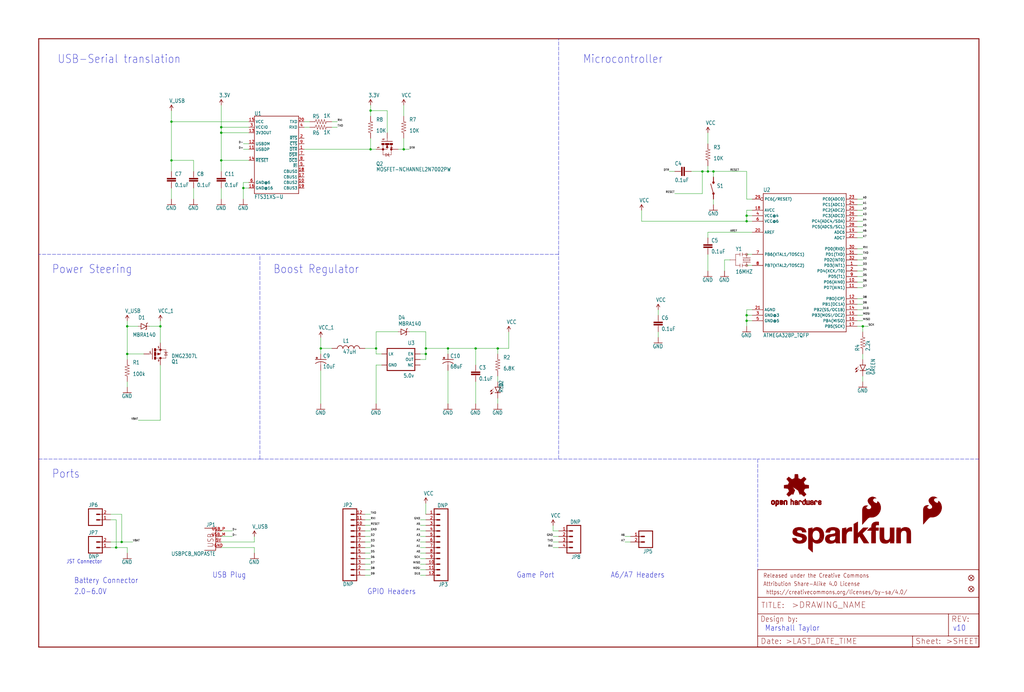
<source format=kicad_sch>
(kicad_sch (version 20211123) (generator eeschema)
  (paper "User" 470.306 317.906)
  (lib_symbols
    (symbol "schematicEagle-eagle-import:0.1UF-25V(+80{slash}-20%)(0603)"
      (property "Reference" "C" (at 1.524 2.921 0))
      (property "Value" "0.1UF-25V(+80{slash}-20%)(0603)" (at 1.524 -2.159 0))
      (symbol "0.1UF-25V(+80{slash}-20%)(0603)_1_0"
        (pin passive line (at 0 5.08 270) (length 2.54) (name "1") (number "1"))
        (pin passive line (at 0 -2.54 90) (length 2.54) (name "2") (number "2"))
      )
    )
    (symbol "schematicEagle-eagle-import:100KOHM-1{slash}10W-1%(0603)"
      (property "Reference" "R" (at -3.81 1.4986 0))
      (property "Value" "100KOHM-1{slash}10W-1%(0603)" (at -3.81 -3.302 0))
      (symbol "100KOHM-1{slash}10W-1%(0603)_1_0"
        (pin passive line (at -5.08 0 0) (length 2.54) (name "1") (number "1"))
        (pin passive line (at 5.08 0 180) (length 2.54) (name "2") (number "2"))
      )
    )
    (symbol "schematicEagle-eagle-import:10KOHM-1{slash}10W-1%(0603)0603"
      (property "Reference" "R" (at -3.81 1.4986 0))
      (property "Value" "10KOHM-1{slash}10W-1%(0603)0603" (at -3.81 -3.302 0))
      (symbol "10KOHM-1{slash}10W-1%(0603)0603_1_0"
        (pin passive line (at -5.08 0 0) (length 2.54) (name "1") (number "1"))
        (pin passive line (at 5.08 0 180) (length 2.54) (name "2") (number "2"))
      )
    )
    (symbol "schematicEagle-eagle-import:10UF-16V-10%(TANT)"
      (property "Reference" "C" (at 1.016 0.635 0))
      (property "Value" "10UF-16V-10%(TANT)" (at 1.016 -4.191 0))
      (symbol "10UF-16V-10%(TANT)_1_0"
        (pin passive line (at 0 2.54 270) (length 2.54) (name "+") (number "A"))
        (pin passive line (at 0 -5.08 90) (length 2.54) (name "-") (number "C"))
      )
    )
    (symbol "schematicEagle-eagle-import:1KOHM-1{slash}10W-1%(0603)"
      (property "Reference" "R" (at -3.81 1.4986 0))
      (property "Value" "1KOHM-1{slash}10W-1%(0603)" (at -3.81 -3.302 0))
      (symbol "1KOHM-1{slash}10W-1%(0603)_1_0"
        (pin passive line (at -5.08 0 0) (length 2.54) (name "1") (number "1"))
        (pin passive line (at 5.08 0 180) (length 2.54) (name "2") (number "2"))
      )
    )
    (symbol "schematicEagle-eagle-import:2.2KOHM-1{slash}10W-1%(0603)"
      (property "Reference" "R" (at -3.81 1.4986 0))
      (property "Value" "2.2KOHM-1{slash}10W-1%(0603)" (at -3.81 -3.302 0))
      (symbol "2.2KOHM-1{slash}10W-1%(0603)_1_0"
        (pin passive line (at -5.08 0 0) (length 2.54) (name "1") (number "1"))
        (pin passive line (at 5.08 0 180) (length 2.54) (name "2") (number "2"))
      )
    )
    (symbol "schematicEagle-eagle-import:3.3V" (power)
      (property "Value" "3.3V" (at -1.016 3.556 0))
      (symbol "3.3V_1_0"
        (pin power_in line (at 0 0 90) (length 2.54) (name "3.3V") (number "1"))
      )
    )
    (symbol "schematicEagle-eagle-import:6.8KOHM1{slash}10W1%(0603)"
      (property "Reference" "R" (at -3.81 1.4986 0))
      (property "Value" "6.8KOHM1{slash}10W1%(0603)" (at -3.81 -3.302 0))
      (symbol "6.8KOHM1{slash}10W1%(0603)_1_0"
        (pin passive line (at -5.08 0 0) (length 2.54) (name "1") (number "1"))
        (pin passive line (at 5.08 0 180) (length 2.54) (name "2") (number "2"))
      )
    )
    (symbol "schematicEagle-eagle-import:68UF-10V-10%(TANT)"
      (property "Reference" "C" (at 1.016 0.635 0))
      (property "Value" "68UF-10V-10%(TANT)" (at 1.016 -4.191 0))
      (symbol "68UF-10V-10%(TANT)_1_0"
        (pin passive line (at 0 2.54 270) (length 2.54) (name "+") (number "A"))
        (pin passive line (at 0 -5.08 90) (length 2.54) (name "-") (number "C"))
      )
    )
    (symbol "schematicEagle-eagle-import:ATMEGA328P_TQFP"
      (property "Reference" "U" (at -20.32 33.782 0))
      (property "Value" "ATMEGA328P_TQFP" (at -20.32 -33.02 0))
      (symbol "ATMEGA328P_TQFP_1_0"
        (pin bidirectional line (at 22.86 0 180) (length 5.08) (name "PD3(INT1)") (number "1"))
        (pin bidirectional line (at 22.86 -7.62 180) (length 5.08) (name "PD6(AIN0)") (number "10"))
        (pin bidirectional line (at 22.86 -10.16 180) (length 5.08) (name "PD7(AIN1)") (number "11"))
        (pin bidirectional line (at 22.86 -15.24 180) (length 5.08) (name "PB0(ICP)") (number "12"))
        (pin bidirectional line (at 22.86 -17.78 180) (length 5.08) (name "PB1(OC1A)") (number "13"))
        (pin bidirectional line (at 22.86 -20.32 180) (length 5.08) (name "PB2(SS/OC1B)") (number "14"))
        (pin bidirectional line (at 22.86 -22.86 180) (length 5.08) (name "PB3(MOSI/OC2)") (number "15"))
        (pin bidirectional line (at 22.86 -25.4 180) (length 5.08) (name "PB4(MISO)") (number "16"))
        (pin bidirectional line (at 22.86 -27.94 180) (length 5.08) (name "PB5(SCK)") (number "17"))
        (pin bidirectional line (at -25.4 25.4 0) (length 5.08) (name "AVCC") (number "18"))
        (pin bidirectional line (at 22.86 15.24 180) (length 5.08) (name "ADC6") (number "19"))
        (pin bidirectional line (at 22.86 -2.54 180) (length 5.08) (name "PD4(XCK/T0)") (number "2"))
        (pin bidirectional line (at -25.4 15.24 0) (length 5.08) (name "AREF") (number "20"))
        (pin bidirectional line (at -25.4 -20.32 0) (length 5.08) (name "AGND") (number "21"))
        (pin bidirectional line (at 22.86 12.7 180) (length 5.08) (name "ADC7") (number "22"))
        (pin bidirectional line (at 22.86 30.48 180) (length 5.08) (name "PC0(ADC0)") (number "23"))
        (pin bidirectional line (at 22.86 27.94 180) (length 5.08) (name "PC1(ADC1)") (number "24"))
        (pin bidirectional line (at 22.86 25.4 180) (length 5.08) (name "PC2(ADC2)") (number "25"))
        (pin bidirectional line (at 22.86 22.86 180) (length 5.08) (name "PC3(ADC3)") (number "26"))
        (pin bidirectional line (at 22.86 20.32 180) (length 5.08) (name "PC4(ADC4/SDA)") (number "27"))
        (pin bidirectional line (at 22.86 17.78 180) (length 5.08) (name "PC5(ADC5/SCL)") (number "28"))
        (pin bidirectional inverted (at -25.4 30.48 0) (length 5.08) (name "PC6(/RESET)") (number "29"))
        (pin bidirectional line (at -25.4 -22.86 0) (length 5.08) (name "GND@3") (number "3"))
        (pin bidirectional line (at 22.86 7.62 180) (length 5.08) (name "PD0(RXD)") (number "30"))
        (pin bidirectional line (at 22.86 5.08 180) (length 5.08) (name "PD1(TXD)") (number "31"))
        (pin bidirectional line (at 22.86 2.54 180) (length 5.08) (name "PD2(INT0)") (number "32"))
        (pin bidirectional line (at -25.4 22.86 0) (length 5.08) (name "VCC@4") (number "4"))
        (pin bidirectional line (at -25.4 -25.4 0) (length 5.08) (name "GND@5") (number "5"))
        (pin bidirectional line (at -25.4 20.32 0) (length 5.08) (name "VCC@6") (number "6"))
        (pin bidirectional line (at -25.4 5.08 0) (length 5.08) (name "PB6(XTAL1/TOSC1)") (number "7"))
        (pin bidirectional line (at -25.4 0 0) (length 5.08) (name "PB7(XTAL2/TOSC2)") (number "8"))
        (pin bidirectional line (at 22.86 -5.08 180) (length 5.08) (name "PD5(T1)") (number "9"))
      )
    )
    (symbol "schematicEagle-eagle-import:DIODE-SCHOTTKY-MBRA140"
      (property "Reference" "D" (at 2.54 0.4826 0))
      (property "Value" "DIODE-SCHOTTKY-MBRA140" (at 2.54 -2.3114 0))
      (symbol "DIODE-SCHOTTKY-MBRA140_1_0"
        (pin passive line (at -2.54 0 0) (length 0) (name "A") (number "A"))
        (pin passive line (at 2.54 0 180) (length 0) (name "C") (number "C"))
      )
    )
    (symbol "schematicEagle-eagle-import:FIDUCIAL1X2")
    (symbol "schematicEagle-eagle-import:FRAME-LEDGER"
      (symbol "FRAME-LEDGER_2_0"
        (text " https://creativecommons.org/licenses/by-sa/4.0/" (at 2.54 24.13 0) (effects (font (size 1.9304 1.6408)) (justify left bottom)))
        (text ">DRAWING_NAME" (at 15.494 17.78 0) (effects (font (size 2.7432 2.7432)) (justify left bottom)))
        (text ">LAST_DATE_TIME" (at 12.7 1.27 0) (effects (font (size 2.54 2.54)) (justify left bottom)))
        (text ">SHEET" (at 86.36 1.27 0) (effects (font (size 2.54 2.54)) (justify left bottom)))
        (text "Attribution Share-Alike 4.0 License" (at 2.54 27.94 0) (effects (font (size 1.9304 1.6408)) (justify left bottom)))
        (text "Date:" (at 1.27 1.27 0) (effects (font (size 2.54 2.54)) (justify left bottom)))
        (text "Design by:" (at 1.27 11.43 0) (effects (font (size 2.54 2.159)) (justify left bottom)))
        (text "Released under the Creative Commons" (at 2.54 31.75 0) (effects (font (size 1.9304 1.6408)) (justify left bottom)))
        (text "REV:" (at 88.9 11.43 0) (effects (font (size 2.54 2.54)) (justify left bottom)))
        (text "Sheet:" (at 72.39 1.27 0) (effects (font (size 2.54 2.54)) (justify left bottom)))
        (text "TITLE:" (at 1.524 17.78 0) (effects (font (size 2.54 2.54)) (justify left bottom)))
      )
    )
    (symbol "schematicEagle-eagle-import:FT231XS"
      (property "Reference" "U" (at -10.16 18.034 0))
      (property "Value" "FT231XS" (at -10.16 -18.288 0))
      (symbol "FT231XS_1_0"
        (pin bidirectional line (at 12.7 2.54 180) (length 2.54) (name "~{DTR}") (number "1"))
        (pin bidirectional line (at 12.7 -12.7 180) (length 2.54) (name "CBUS2") (number "10"))
        (pin bidirectional line (at -12.7 2.54 0) (length 2.54) (name "USBDP") (number "11"))
        (pin bidirectional line (at -12.7 5.08 0) (length 2.54) (name "USBDM") (number "12"))
        (pin bidirectional line (at -12.7 10.16 0) (length 2.54) (name "3V3OUT") (number "13"))
        (pin bidirectional line (at -12.7 -2.54 0) (length 2.54) (name "~{RESET}") (number "14"))
        (pin bidirectional line (at -12.7 15.24 0) (length 2.54) (name "VCC") (number "15"))
        (pin bidirectional line (at -12.7 -15.24 0) (length 2.54) (name "GND@16") (number "16"))
        (pin bidirectional line (at 12.7 -10.16 180) (length 2.54) (name "CBUS1") (number "17"))
        (pin bidirectional line (at 12.7 -7.62 180) (length 2.54) (name "CBUS0") (number "18"))
        (pin bidirectional line (at 12.7 -15.24 180) (length 2.54) (name "CBUS3") (number "19"))
        (pin bidirectional line (at 12.7 7.62 180) (length 2.54) (name "~{RTS}") (number "2"))
        (pin bidirectional line (at 12.7 15.24 180) (length 2.54) (name "TXD") (number "20"))
        (pin bidirectional line (at -12.7 12.7 0) (length 2.54) (name "VCCIO") (number "3"))
        (pin bidirectional line (at 12.7 12.7 180) (length 2.54) (name "RXD") (number "4"))
        (pin bidirectional line (at 12.7 -5.08 180) (length 2.54) (name "~{RI}") (number "5"))
        (pin bidirectional line (at -12.7 -12.7 0) (length 2.54) (name "GND@6") (number "6"))
        (pin bidirectional line (at 12.7 0 180) (length 2.54) (name "~{DSR}") (number "7"))
        (pin bidirectional line (at 12.7 -2.54 180) (length 2.54) (name "~{DCD}") (number "8"))
        (pin bidirectional line (at 12.7 5.08 180) (length 2.54) (name "~{CTS}") (number "9"))
      )
    )
    (symbol "schematicEagle-eagle-import:GND" (power)
      (property "Value" "GND" (at -2.54 -2.54 0))
      (symbol "GND_1_0"
        (pin power_in line (at 0 2.54 270) (length 2.54) (name "GND") (number "1"))
      )
    )
    (symbol "schematicEagle-eagle-import:INDUCTORCR54-47UH"
      (property "Reference" "L" (at 2.54 5.08 0))
      (property "Value" "INDUCTORCR54-47UH" (at 2.54 -5.08 0))
      (symbol "INDUCTORCR54-47UH_1_0"
        (pin passive line (at 0 7.62 270) (length 2.54) (name "1") (number "P$1"))
        (pin passive line (at 0 -7.62 90) (length 2.54) (name "2") (number "P$2"))
      )
    )
    (symbol "schematicEagle-eagle-import:LED-GREEN0603"
      (property "Reference" "D" (at 3.556 -4.572 90))
      (property "Value" "LED-GREEN0603" (at 5.715 -4.572 90))
      (symbol "LED-GREEN0603_1_0"
        (pin passive line (at 0 2.54 270) (length 2.54) (name "A") (number "A"))
        (pin passive line (at 0 -5.08 90) (length 2.54) (name "C") (number "C"))
      )
    )
    (symbol "schematicEagle-eagle-import:LED-RED0603"
      (property "Reference" "D" (at 3.556 -4.572 90))
      (property "Value" "LED-RED0603" (at 5.715 -4.572 90))
      (symbol "LED-RED0603_1_0"
        (pin passive line (at 0 2.54 270) (length 2.54) (name "A") (number "A"))
        (pin passive line (at 0 -5.08 90) (length 2.54) (name "C") (number "C"))
      )
    )
    (symbol "schematicEagle-eagle-import:M021X02_NO_SILK"
      (property "Reference" "JP" (at -2.54 5.842 0))
      (property "Value" "M021X02_NO_SILK" (at -2.54 -5.08 0))
      (symbol "M021X02_NO_SILK_1_0"
        (pin passive line (at 7.62 0 180) (length 5.08) (name "1") (number "1"))
        (pin passive line (at 7.62 2.54 180) (length 5.08) (name "2") (number "2"))
      )
    )
    (symbol "schematicEagle-eagle-import:M02JST-PTH-2"
      (property "Reference" "JP" (at -2.54 5.842 0))
      (property "Value" "M02JST-PTH-2" (at -2.54 -5.08 0))
      (symbol "M02JST-PTH-2_1_0"
        (pin passive line (at 7.62 0 180) (length 5.08) (name "1") (number "1"))
        (pin passive line (at 7.62 2.54 180) (length 5.08) (name "2") (number "2"))
      )
    )
    (symbol "schematicEagle-eagle-import:M04NO_SILK_ALL_ROUND"
      (property "Reference" "JP" (at -5.08 8.382 0))
      (property "Value" "M04NO_SILK_ALL_ROUND" (at -5.08 -7.62 0))
      (symbol "M04NO_SILK_ALL_ROUND_1_0"
        (pin passive line (at 5.08 -2.54 180) (length 5.08) (name "1") (number "1"))
        (pin passive line (at 5.08 0 180) (length 5.08) (name "2") (number "2"))
        (pin passive line (at 5.08 2.54 180) (length 5.08) (name "3") (number "3"))
        (pin passive line (at 5.08 5.08 180) (length 5.08) (name "4") (number "4"))
      )
    )
    (symbol "schematicEagle-eagle-import:M12NO_SILK"
      (property "Reference" "JP" (at 0 16.002 0))
      (property "Value" "M12NO_SILK" (at 0 -20.32 0))
      (symbol "M12NO_SILK_1_0"
        (pin passive line (at 10.16 -15.24 180) (length 5.08) (name "1") (number "1"))
        (pin passive line (at 10.16 7.62 180) (length 5.08) (name "10") (number "10"))
        (pin passive line (at 10.16 10.16 180) (length 5.08) (name "11") (number "11"))
        (pin passive line (at 10.16 12.7 180) (length 5.08) (name "12") (number "12"))
        (pin passive line (at 10.16 -12.7 180) (length 5.08) (name "2") (number "2"))
        (pin passive line (at 10.16 -10.16 180) (length 5.08) (name "3") (number "3"))
        (pin passive line (at 10.16 -7.62 180) (length 5.08) (name "4") (number "4"))
        (pin passive line (at 10.16 -5.08 180) (length 5.08) (name "5") (number "5"))
        (pin passive line (at 10.16 -2.54 180) (length 5.08) (name "6") (number "6"))
        (pin passive line (at 10.16 0 180) (length 5.08) (name "7") (number "7"))
        (pin passive line (at 10.16 2.54 180) (length 5.08) (name "8") (number "8"))
        (pin passive line (at 10.16 5.08 180) (length 5.08) (name "9") (number "9"))
      )
    )
    (symbol "schematicEagle-eagle-import:MOSFET-NCHANNEL2N7002PW"
      (property "Reference" "Q" (at 5.08 2.54 0))
      (property "Value" "MOSFET-NCHANNEL2N7002PW" (at 5.08 0 0))
      (symbol "MOSFET-NCHANNEL2N7002PW_1_0"
        (text "D" (at -1.27 2.54 0) (effects (font (size 0.8128 0.6908)) (justify left bottom)))
        (text "G" (at -5.08 -1.27 0) (effects (font (size 0.8128 0.6908)) (justify left bottom)))
        (text "S" (at -1.27 -3.556 0) (effects (font (size 0.8128 0.6908)) (justify left bottom)))
        (pin passive line (at -7.62 0 0) (length 2.54) (name "G") (number "1"))
        (pin passive line (at 0 -5.08 90) (length 2.54) (name "S") (number "2"))
        (pin passive line (at 0 5.08 270) (length 2.54) (name "D") (number "3"))
      )
    )
    (symbol "schematicEagle-eagle-import:MOSFET-PCHANNELDMG2307L"
      (property "Reference" "Q" (at 5.08 2.54 0))
      (property "Value" "MOSFET-PCHANNELDMG2307L" (at 5.08 0 0))
      (symbol "MOSFET-PCHANNELDMG2307L_1_0"
        (text "D" (at -1.27 2.54 0) (effects (font (size 0.8128 0.6908)) (justify left bottom)))
        (text "G" (at -5.08 -1.27 0) (effects (font (size 0.8128 0.6908)) (justify left bottom)))
        (text "S" (at -1.27 -3.556 0) (effects (font (size 0.8128 0.6908)) (justify left bottom)))
        (pin passive line (at -7.62 0 0) (length 2.54) (name "G") (number "1"))
        (pin passive line (at 0 -5.08 90) (length 2.54) (name "S") (number "2"))
        (pin passive line (at 0 5.08 270) (length 2.54) (name "D") (number "3"))
      )
    )
    (symbol "schematicEagle-eagle-import:OSHW-LOGOS")
    (symbol "schematicEagle-eagle-import:RESONATOR16MHZ"
      (property "Reference" "Y" (at 2.54 1.016 0))
      (property "Value" "RESONATOR16MHZ" (at 2.54 -7.62 0))
      (symbol "RESONATOR16MHZ_1_0"
        (pin passive line (at -2.54 0 0) (length 0) (name "1") (number "1"))
        (pin passive line (at 0 -7.62 90) (length 0) (name "2") (number "2"))
        (pin passive line (at 2.54 0 180) (length 0) (name "3") (number "3"))
      )
    )
    (symbol "schematicEagle-eagle-import:SFE_LOGO_FLAME.1_INCH")
    (symbol "schematicEagle-eagle-import:SFE_LOGO_NAME_FLAME.1_INCH")
    (symbol "schematicEagle-eagle-import:SWITCH-MOMENTARY-2SMD-REDUNDANT"
      (property "Reference" "S" (at -2.54 2.54 0))
      (property "Value" "SWITCH-MOMENTARY-2SMD-REDUNDANT" (at -2.54 -2.54 0))
      (symbol "SWITCH-MOMENTARY-2SMD-REDUNDANT_1_0"
        (pin passive line (at -5.08 0 0) (length 2.54) (name "1") (number "1"))
        (pin passive line (at -5.08 0 0) (length 2.54) (name "1") (number "2"))
        (pin passive line (at 5.08 0 180) (length 2.54) (name "2") (number "3"))
        (pin passive line (at 5.08 0 180) (length 2.54) (name "2") (number "4"))
      )
    )
    (symbol "schematicEagle-eagle-import:USBPCB_NOPASTE"
      (property "Reference" "JP" (at 0 9.525 0))
      (property "Value" "USBPCB_NOPASTE" (at 0 -3.81 0))
      (symbol "USBPCB_NOPASTE_1_0"
        (text "USB" (at 3.81 0 900) (effects (font (size 2.54 2.159)) (justify left bottom)))
        (pin bidirectional line (at -2.54 2.54 0) (length 2.54) (name "VBUS") (number "5V"))
        (pin bidirectional line (at -2.54 0 0) (length 2.54) (name "GND") (number "GND"))
        (pin bidirectional line (at -2.54 5.08 0) (length 2.54) (name "D-") (number "USB_M"))
        (pin bidirectional line (at -2.54 7.62 0) (length 2.54) (name "D+") (number "USB_P"))
      )
    )
    (symbol "schematicEagle-eagle-import:VCC" (power)
      (property "Value" "VCC" (at -1.016 3.556 0))
      (symbol "VCC_1_0"
        (pin power_in line (at 0 0 90) (length 2.54) (name "VCC") (number "1"))
      )
    )
    (symbol "schematicEagle-eagle-import:VCC_1" (power)
      (property "Value" "VCC_1" (at -1.016 3.556 0))
      (symbol "VCC_1_1_0"
        (pin power_in line (at 0 0 90) (length 2.54) (name "VCC_1") (number "1"))
      )
    )
    (symbol "schematicEagle-eagle-import:V_REG_NCP1400_5V"
      (property "Reference" "IC" (at -5.08 6.604 0))
      (property "Value" "V_REG_NCP1400_5V" (at -4.826 -8.382 0))
      (symbol "V_REG_NCP1400_5V_1_0"
        (pin input line (at -7.62 2.54 0) (length 2.54) (name "EN") (number "1"))
        (pin passive line (at -7.62 0 0) (length 2.54) (name "OUT") (number "2"))
        (pin input line (at -7.62 -2.54 0) (length 2.54) (name "NC") (number "3"))
        (pin input line (at 10.16 -2.54 180) (length 2.54) (name "GND") (number "4"))
        (pin input line (at 10.16 2.54 180) (length 2.54) (name "LX") (number "5"))
      )
    )
    (symbol "schematicEagle-eagle-import:V_USB" (power)
      (property "Value" "V_USB" (at -1.016 3.556 0))
      (symbol "V_USB_1_0"
        (pin power_in line (at 0 0 90) (length 2.54) (name "V_USB") (number "1"))
      )
    )
  )
  (junction (at 228.6 160.02))
  (junction (at 58.42 149.86))
  (junction (at 172.72 160.02))
  (junction (at 342.9 144.78))
  (junction (at 342.9 99.06))
  (junction (at 55.88 248.92))
  (junction (at 73.66 149.86))
  (junction (at 322.58 78.74))
  (junction (at 195.58 160.02))
  (junction (at 78.74 55.88))
  (junction (at 170.18 68.58))
  (junction (at 185.42 68.58))
  (junction (at 101.6 58.42))
  (junction (at 325.12 78.74))
  (junction (at 195.58 162.56))
  (junction (at 78.74 73.66))
  (junction (at 58.42 162.56))
  (junction (at 101.6 60.96))
  (junction (at 342.9 101.6))
  (junction (at 396.24 149.86))
  (junction (at 342.9 147.32))
  (junction (at 218.44 160.02))
  (junction (at 170.18 50.8))
  (junction (at 327.66 78.74))
  (junction (at 147.32 160.02))
  (junction (at 205.74 160.02))
  (junction (at 111.76 86.36))
  (junction (at 101.6 73.66))
  (junction (at 53.34 251.46))
  (wire (pts (xy 195.58 165.1) (xy 193.04 165.1)))
  (wire (pts (xy 167.64 241.3) (xy 170.18 241.3)))
  (wire (pts (xy 101.6 78.74) (xy 101.6 73.66)))
  (wire (pts (xy 342.9 99.06) (xy 342.9 101.6)))
  (wire (pts (xy 228.6 160.02) (xy 228.6 162.56)))
  (wire (pts (xy 101.6 58.42) (xy 101.6 48.26)))
  (wire (pts (xy 167.64 256.54) (xy 170.18 256.54)))
  (wire (pts (xy 55.88 236.22) (xy 55.88 248.92)))
  (polyline (pts (xy 119.38 116.84) (xy 17.78 116.84)))
  (wire (pts (xy 345.44 96.52) (xy 342.9 96.52)))
  (wire (pts (xy 170.18 50.8) (xy 170.18 48.26)))
  (wire (pts (xy 167.64 236.22) (xy 170.18 236.22)))
  (wire (pts (xy 167.64 251.46) (xy 170.18 251.46)))
  (wire (pts (xy 393.7 106.68) (xy 396.24 106.68)))
  (wire (pts (xy 63.5 193.04) (xy 73.66 193.04)))
  (wire (pts (xy 101.6 248.92) (xy 116.84 248.92)))
  (wire (pts (xy 78.74 78.74) (xy 78.74 73.66)))
  (wire (pts (xy 172.72 162.56) (xy 172.72 160.02)))
  (polyline (pts (xy 347.98 210.82) (xy 347.98 261.62)))
  (wire (pts (xy 345.44 99.06) (xy 342.9 99.06)))
  (wire (pts (xy 345.44 106.68) (xy 325.12 106.68)))
  (wire (pts (xy 50.8 236.22) (xy 55.88 236.22)))
  (wire (pts (xy 147.32 160.02) (xy 147.32 154.94)))
  (wire (pts (xy 78.74 86.36) (xy 78.74 91.44)))
  (wire (pts (xy 167.64 254) (xy 170.18 254)))
  (wire (pts (xy 193.04 264.16) (xy 195.58 264.16)))
  (wire (pts (xy 345.44 147.32) (xy 342.9 147.32)))
  (wire (pts (xy 396.24 152.4) (xy 396.24 149.86)))
  (wire (pts (xy 167.64 248.92) (xy 170.18 248.92)))
  (wire (pts (xy 205.74 160.02) (xy 218.44 160.02)))
  (wire (pts (xy 114.3 60.96) (xy 101.6 60.96)))
  (wire (pts (xy 73.66 149.86) (xy 73.66 157.48)))
  (wire (pts (xy 50.8 251.46) (xy 53.34 251.46)))
  (wire (pts (xy 147.32 160.02) (xy 147.32 162.56)))
  (wire (pts (xy 193.04 238.76) (xy 195.58 238.76)))
  (wire (pts (xy 170.18 53.34) (xy 170.18 50.8)))
  (wire (pts (xy 88.9 73.66) (xy 88.9 78.74)))
  (wire (pts (xy 50.8 238.76) (xy 53.34 238.76)))
  (wire (pts (xy 78.74 73.66) (xy 88.9 73.66)))
  (wire (pts (xy 396.24 172.72) (xy 396.24 175.26)))
  (wire (pts (xy 167.64 259.08) (xy 170.18 259.08)))
  (polyline (pts (xy 449.58 210.82) (xy 347.98 210.82)))
  (polyline (pts (xy 119.38 210.82) (xy 119.38 116.84)))
  (wire (pts (xy 58.42 162.56) (xy 58.42 149.86)))
  (wire (pts (xy 322.58 78.74) (xy 322.58 88.9)))
  (wire (pts (xy 58.42 175.26) (xy 58.42 177.8)))
  (wire (pts (xy 101.6 73.66) (xy 101.6 60.96)))
  (wire (pts (xy 322.58 78.74) (xy 325.12 78.74)))
  (wire (pts (xy 185.42 53.34) (xy 185.42 48.26)))
  (wire (pts (xy 294.64 101.6) (xy 342.9 101.6)))
  (wire (pts (xy 256.54 248.92) (xy 254 248.92)))
  (wire (pts (xy 167.64 261.62) (xy 170.18 261.62)))
  (wire (pts (xy 172.72 160.02) (xy 172.72 152.4)))
  (wire (pts (xy 322.58 88.9) (xy 309.88 88.9)))
  (wire (pts (xy 114.3 68.58) (xy 111.76 68.58)))
  (wire (pts (xy 256.54 246.38) (xy 254 246.38)))
  (wire (pts (xy 345.44 91.44) (xy 342.9 91.44)))
  (wire (pts (xy 325.12 60.96) (xy 325.12 66.04)))
  (wire (pts (xy 55.88 248.92) (xy 60.96 248.92)))
  (wire (pts (xy 218.44 160.02) (xy 228.6 160.02)))
  (wire (pts (xy 342.9 147.32) (xy 342.9 149.86)))
  (wire (pts (xy 142.24 55.88) (xy 139.7 55.88)))
  (wire (pts (xy 114.3 66.04) (xy 111.76 66.04)))
  (wire (pts (xy 167.64 160.02) (xy 172.72 160.02)))
  (wire (pts (xy 393.7 129.54) (xy 396.24 129.54)))
  (wire (pts (xy 195.58 152.4) (xy 195.58 160.02)))
  (wire (pts (xy 393.7 93.98) (xy 396.24 93.98)))
  (wire (pts (xy 101.6 246.38) (xy 106.68 246.38)))
  (wire (pts (xy 396.24 149.86) (xy 398.78 149.86)))
  (wire (pts (xy 393.7 144.78) (xy 396.24 144.78)))
  (wire (pts (xy 205.74 160.02) (xy 205.74 162.56)))
  (polyline (pts (xy 256.54 210.82) (xy 256.54 116.84)))
  (wire (pts (xy 393.7 104.14) (xy 396.24 104.14)))
  (wire (pts (xy 327.66 81.28) (xy 327.66 78.74)))
  (wire (pts (xy 342.9 96.52) (xy 342.9 99.06)))
  (wire (pts (xy 345.44 142.24) (xy 342.9 142.24)))
  (wire (pts (xy 152.4 58.42) (xy 154.94 58.42)))
  (wire (pts (xy 393.7 149.86) (xy 396.24 149.86)))
  (wire (pts (xy 175.26 167.64) (xy 172.72 167.64)))
  (wire (pts (xy 193.04 241.3) (xy 195.58 241.3)))
  (wire (pts (xy 167.64 246.38) (xy 170.18 246.38)))
  (wire (pts (xy 73.66 193.04) (xy 73.66 167.64)))
  (wire (pts (xy 345.44 144.78) (xy 342.9 144.78)))
  (wire (pts (xy 342.9 142.24) (xy 342.9 144.78)))
  (wire (pts (xy 342.9 91.44) (xy 342.9 78.74)))
  (wire (pts (xy 233.68 160.02) (xy 233.68 152.4)))
  (wire (pts (xy 393.7 147.32) (xy 396.24 147.32)))
  (wire (pts (xy 101.6 91.44) (xy 101.6 86.36)))
  (wire (pts (xy 205.74 170.18) (xy 205.74 185.42)))
  (wire (pts (xy 111.76 86.36) (xy 114.3 86.36)))
  (wire (pts (xy 393.7 124.46) (xy 396.24 124.46)))
  (wire (pts (xy 78.74 55.88) (xy 78.74 50.8)))
  (wire (pts (xy 175.26 162.56) (xy 172.72 162.56)))
  (wire (pts (xy 142.24 58.42) (xy 139.7 58.42)))
  (wire (pts (xy 185.42 68.58) (xy 187.96 68.58)))
  (wire (pts (xy 393.7 96.52) (xy 396.24 96.52)))
  (wire (pts (xy 218.44 175.26) (xy 218.44 185.42)))
  (wire (pts (xy 256.54 243.84) (xy 254 243.84)))
  (wire (pts (xy 193.04 261.62) (xy 195.58 261.62)))
  (wire (pts (xy 193.04 243.84) (xy 195.58 243.84)))
  (wire (pts (xy 393.7 116.84) (xy 396.24 116.84)))
  (wire (pts (xy 116.84 251.46) (xy 116.84 254)))
  (wire (pts (xy 228.6 182.88) (xy 228.6 185.42)))
  (wire (pts (xy 195.58 162.56) (xy 195.58 160.02)))
  (wire (pts (xy 193.04 259.08) (xy 195.58 259.08)))
  (wire (pts (xy 256.54 251.46) (xy 254 251.46)))
  (wire (pts (xy 68.58 149.86) (xy 73.66 149.86)))
  (wire (pts (xy 116.84 248.92) (xy 116.84 246.38)))
  (wire (pts (xy 393.7 132.08) (xy 396.24 132.08)))
  (wire (pts (xy 342.9 144.78) (xy 342.9 147.32)))
  (wire (pts (xy 185.42 63.5) (xy 185.42 68.58)))
  (wire (pts (xy 114.3 83.82) (xy 111.76 83.82)))
  (wire (pts (xy 101.6 60.96) (xy 101.6 58.42)))
  (wire (pts (xy 335.28 119.38) (xy 332.74 119.38)))
  (wire (pts (xy 193.04 162.56) (xy 195.58 162.56)))
  (wire (pts (xy 167.64 243.84) (xy 170.18 243.84)))
  (wire (pts (xy 195.58 162.56) (xy 195.58 165.1)))
  (polyline (pts (xy 256.54 210.82) (xy 347.98 210.82)))
  (wire (pts (xy 187.96 152.4) (xy 195.58 152.4)))
  (wire (pts (xy 193.04 254) (xy 195.58 254)))
  (wire (pts (xy 114.3 73.66) (xy 101.6 73.66)))
  (wire (pts (xy 193.04 246.38) (xy 195.58 246.38)))
  (wire (pts (xy 254 243.84) (xy 254 241.3)))
  (wire (pts (xy 302.26 152.4) (xy 302.26 154.94)))
  (wire (pts (xy 58.42 149.86) (xy 63.5 149.86)))
  (wire (pts (xy 152.4 55.88) (xy 154.94 55.88)))
  (wire (pts (xy 195.58 231.14) (xy 195.58 236.22)))
  (wire (pts (xy 345.44 116.84) (xy 342.9 116.84)))
  (wire (pts (xy 50.8 248.92) (xy 55.88 248.92)))
  (wire (pts (xy 58.42 254) (xy 58.42 251.46)))
  (polyline (pts (xy 256.54 116.84) (xy 119.38 116.84)))
  (wire (pts (xy 111.76 86.36) (xy 111.76 91.44)))
  (wire (pts (xy 167.64 264.16) (xy 170.18 264.16)))
  (wire (pts (xy 302.26 142.24) (xy 302.26 144.78)))
  (wire (pts (xy 289.56 246.38) (xy 287.02 246.38)))
  (wire (pts (xy 58.42 165.1) (xy 58.42 162.56)))
  (wire (pts (xy 325.12 78.74) (xy 327.66 78.74)))
  (wire (pts (xy 342.9 78.74) (xy 327.66 78.74)))
  (wire (pts (xy 58.42 149.86) (xy 58.42 147.32)))
  (wire (pts (xy 228.6 160.02) (xy 233.68 160.02)))
  (wire (pts (xy 309.88 78.74) (xy 307.34 78.74)))
  (wire (pts (xy 88.9 86.36) (xy 88.9 91.44)))
  (wire (pts (xy 393.7 99.06) (xy 396.24 99.06)))
  (wire (pts (xy 167.64 238.76) (xy 170.18 238.76)))
  (wire (pts (xy 393.7 142.24) (xy 396.24 142.24)))
  (polyline (pts (xy 119.38 210.82) (xy 256.54 210.82)))
  (wire (pts (xy 396.24 162.56) (xy 396.24 165.1)))
  (wire (pts (xy 53.34 238.76) (xy 53.34 251.46)))
  (wire (pts (xy 218.44 160.02) (xy 218.44 167.64)))
  (wire (pts (xy 139.7 68.58) (xy 170.18 68.58)))
  (wire (pts (xy 101.6 58.42) (xy 114.3 58.42)))
  (wire (pts (xy 172.72 167.64) (xy 172.72 185.42)))
  (wire (pts (xy 170.18 68.58) (xy 172.72 68.58)))
  (wire (pts (xy 53.34 251.46) (xy 58.42 251.46)))
  (wire (pts (xy 325.12 116.84) (xy 325.12 124.46)))
  (wire (pts (xy 393.7 139.7) (xy 396.24 139.7)))
  (wire (pts (xy 294.64 96.52) (xy 294.64 101.6)))
  (wire (pts (xy 393.7 137.16) (xy 396.24 137.16)))
  (wire (pts (xy 345.44 101.6) (xy 342.9 101.6)))
  (wire (pts (xy 393.7 121.92) (xy 396.24 121.92)))
  (wire (pts (xy 327.66 91.44) (xy 327.66 93.98)))
  (wire (pts (xy 195.58 160.02) (xy 205.74 160.02)))
  (wire (pts (xy 393.7 91.44) (xy 396.24 91.44)))
  (wire (pts (xy 193.04 248.92) (xy 195.58 248.92)))
  (wire (pts (xy 114.3 55.88) (xy 78.74 55.88)))
  (wire (pts (xy 228.6 172.72) (xy 228.6 175.26)))
  (wire (pts (xy 170.18 50.8) (xy 177.8 50.8)))
  (wire (pts (xy 101.6 243.84) (xy 106.68 243.84)))
  (wire (pts (xy 289.56 248.92) (xy 287.02 248.92)))
  (wire (pts (xy 182.88 68.58) (xy 185.42 68.58)))
  (polyline (pts (xy 17.78 210.82) (xy 119.38 210.82)))
  (wire (pts (xy 393.7 114.3) (xy 396.24 114.3)))
  (wire (pts (xy 152.4 160.02) (xy 147.32 160.02)))
  (wire (pts (xy 193.04 251.46) (xy 195.58 251.46)))
  (wire (pts (xy 393.7 119.38) (xy 396.24 119.38)))
  (wire (pts (xy 393.7 127) (xy 396.24 127)))
  (wire (pts (xy 78.74 73.66) (xy 78.74 55.88)))
  (wire (pts (xy 177.8 50.8) (xy 177.8 60.96)))
  (wire (pts (xy 170.18 68.58) (xy 170.18 63.5)))
  (wire (pts (xy 345.44 121.92) (xy 342.9 121.92)))
  (wire (pts (xy 325.12 106.68) (xy 325.12 109.22)))
  (wire (pts (xy 73.66 149.86) (xy 73.66 147.32)))
  (wire (pts (xy 147.32 170.18) (xy 147.32 185.42)))
  (wire (pts (xy 393.7 101.6) (xy 396.24 101.6)))
  (polyline (pts (xy 256.54 116.84) (xy 256.54 17.78)))
  (wire (pts (xy 193.04 256.54) (xy 195.58 256.54)))
  (wire (pts (xy 332.74 119.38) (xy 332.74 124.46)))
  (wire (pts (xy 393.7 109.22) (xy 396.24 109.22)))
  (wire (pts (xy 325.12 76.2) (xy 325.12 78.74)))
  (wire (pts (xy 111.76 83.82) (xy 111.76 86.36)))
  (wire (pts (xy 66.04 162.56) (xy 58.42 162.56)))
  (wire (pts (xy 172.72 152.4) (xy 182.88 152.4)))
  (wire (pts (xy 101.6 251.46) (xy 116.84 251.46)))
  (wire (pts (xy 317.5 78.74) (xy 322.58 78.74)))
  (text "v10" (at 437.642 290.068 180) (effects (font (size 2.54 2.159)) (justify left bottom)))
  (text "Marshall Taylor" (at 351.282 290.068 180) (effects (font (size 2.54 2.159)) (justify left bottom)))
  (text "Microcontroller" (at 267.716 29.464 180) (effects (font (size 3.81 3.2385)) (justify left bottom)))
  (text "2.0-6.0V" (at 34.036 273.304 180) (effects (font (size 2.54 2.159)) (justify left bottom)))
  (text "Game Port" (at 237.236 265.684 180) (effects (font (size 2.54 2.159)) (justify left bottom)))
  (text "Power Steering" (at 23.876 125.984 180) (effects (font (size 3.81 3.2385)) (justify left bottom)))
  (text "JST Connector" (at 30.48 259.08 180) (effects (font (size 1.778 1.5113)) (justify left bottom)))
  (text "USB-Serial translation" (at 26.416 29.464 180) (effects (font (size 3.81 3.2385)) (justify left bottom)))
  (text "Ports" (at 23.876 219.964 180) (effects (font (size 3.81 3.2385)) (justify left bottom)))
  (text "A6/A7 Headers" (at 280.416 265.684 180) (effects (font (size 2.54 2.159)) (justify left bottom)))
  (text "GPIO Headers" (at 168.656 273.304 180) (effects (font (size 2.54 2.159)) (justify left bottom)))
  (text "USB Plug" (at 97.536 265.684 180) (effects (font (size 2.54 2.159)) (justify left bottom)))
  (text "Boost Regulator" (at 125.476 125.984 180) (effects (font (size 3.81 3.2385)) (justify left bottom)))
  (text "Battery Connector" (at 34.036 268.224 180) (effects (font (size 2.54 2.159)) (justify left bottom)))
  (label "D10" (at 396.24 142.24 0) (effects (font (size 0.889 0.889))))
  (label "SCK" (at 398.78 149.86 0) (effects (font (size 0.889 0.889))))
  (label "D+" (at 111.76 68.58 180) (effects (font (size 0.889 0.889))))
  (label "MISO" (at 396.24 147.32 0) (effects (font (size 0.889 0.889))))
  (label "D5" (at 170.18 254 0) (effects (font (size 0.889 0.889))))
  (label "A7" (at 287.02 248.92 180) (effects (font (size 0.889 0.889))))
  (label "TXO" (at 254 248.92 180) (effects (font (size 0.889 0.889))))
  (label "A3" (at 396.24 99.06 0) (effects (font (size 0.889 0.889))))
  (label "D4" (at 396.24 124.46 0) (effects (font (size 0.889 0.889))))
  (label "D+" (at 106.68 243.84 0) (effects (font (size 0.889 0.889))))
  (label "DTR" (at 307.34 78.74 180) (effects (font (size 0.889 0.889))))
  (label "D6" (at 170.18 256.54 0) (effects (font (size 0.889 0.889))))
  (label "A4" (at 193.04 243.84 180) (effects (font (size 0.889 0.889))))
  (label "A3" (at 193.04 246.38 180) (effects (font (size 0.889 0.889))))
  (label "A7" (at 396.24 109.22 0) (effects (font (size 0.889 0.889))))
  (label "A1" (at 193.04 251.46 180) (effects (font (size 0.889 0.889))))
  (label "GND" (at 170.18 243.84 0) (effects (font (size 0.889 0.889))))
  (label "A5" (at 193.04 241.3 180) (effects (font (size 0.889 0.889))))
  (label "D9" (at 396.24 139.7 0) (effects (font (size 0.889 0.889))))
  (label "SCK" (at 193.04 256.54 180) (effects (font (size 0.889 0.889))))
  (label "GND" (at 193.04 238.76 180) (effects (font (size 0.889 0.889))))
  (label "A6" (at 396.24 106.68 0) (effects (font (size 0.889 0.889))))
  (label "A4" (at 396.24 101.6 0) (effects (font (size 0.889 0.889))))
  (label "D9" (at 170.18 264.16 0) (effects (font (size 0.889 0.889))))
  (label "D3" (at 170.18 248.92 0) (effects (font (size 0.889 0.889))))
  (label "VBAT" (at 60.96 248.92 0) (effects (font (size 0.889 0.889))))
  (label "VBAT" (at 63.5 193.04 180) (effects (font (size 0.889 0.889))))
  (label "RXI" (at 170.18 238.76 0) (effects (font (size 0.889 0.889))))
  (label "TXO" (at 170.18 236.22 0) (effects (font (size 0.889 0.889))))
  (label "A0" (at 193.04 254 180) (effects (font (size 0.889 0.889))))
  (label "RXI" (at 154.94 55.88 0) (effects (font (size 0.889 0.889))))
  (label "D2" (at 170.18 246.38 0) (effects (font (size 0.889 0.889))))
  (label "A6" (at 287.02 246.38 180) (effects (font (size 0.889 0.889))))
  (label "RESET" (at 309.88 88.9 180) (effects (font (size 0.889 0.889))))
  (label "GND" (at 254 246.38 180) (effects (font (size 0.889 0.889))))
  (label "D8" (at 396.24 137.16 0) (effects (font (size 0.889 0.889))))
  (label "D7" (at 396.24 132.08 0) (effects (font (size 0.889 0.889))))
  (label "D8" (at 170.18 261.62 0) (effects (font (size 0.889 0.889))))
  (label "TXO" (at 396.24 116.84 0) (effects (font (size 0.889 0.889))))
  (label "TXO" (at 154.94 58.42 0) (effects (font (size 0.889 0.889))))
  (label "MOSI" (at 193.04 261.62 180) (effects (font (size 0.889 0.889))))
  (label "D2" (at 396.24 119.38 0) (effects (font (size 0.889 0.889))))
  (label "A5" (at 396.24 104.14 0) (effects (font (size 0.889 0.889))))
  (label "DTR" (at 187.96 68.58 0) (effects (font (size 0.889 0.889))))
  (label "A1" (at 396.24 93.98 0) (effects (font (size 0.889 0.889))))
  (label "A0" (at 396.24 91.44 0) (effects (font (size 0.889 0.889))))
  (label "D6" (at 396.24 129.54 0) (effects (font (size 0.889 0.889))))
  (label "MISO" (at 193.04 259.08 180) (effects (font (size 0.889 0.889))))
  (label "D7" (at 170.18 259.08 0) (effects (font (size 0.889 0.889))))
  (label "A2" (at 396.24 96.52 0) (effects (font (size 0.889 0.889))))
  (label "AREF" (at 335.28 106.68 0) (effects (font (size 0.889 0.889))))
  (label "D5" (at 396.24 127 0) (effects (font (size 0.889 0.889))))
  (label "RESET" (at 335.28 78.74 0) (effects (font (size 0.889 0.889))))
  (label "D-" (at 111.76 66.04 180) (effects (font (size 0.889 0.889))))
  (label "MOSI" (at 396.24 144.78 0) (effects (font (size 0.889 0.889))))
  (label "RXI" (at 396.24 114.3 0) (effects (font (size 0.889 0.889))))
  (label "RESET" (at 170.18 241.3 0) (effects (font (size 0.889 0.889))))
  (label "RXI" (at 254 251.46 180) (effects (font (size 0.889 0.889))))
  (label "D-" (at 106.68 246.38 0) (effects (font (size 0.889 0.889))))
  (label "D10" (at 193.04 264.16 180) (effects (font (size 0.889 0.889))))
  (label "D4" (at 170.18 251.46 0) (effects (font (size 0.889 0.889))))
  (label "D3" (at 396.24 121.92 0) (effects (font (size 0.889 0.889))))
  (label "A2" (at 193.04 248.92 180) (effects (font (size 0.889 0.889))))
  (symbol (lib_id "schematicEagle-eagle-import:RESONATOR16MHZ") (at 342.9 119.38 270) (unit 1)
    (property "Reference" "Y1" (at 337.82 115.316 90) (effects (font (size 1.778 1.5113)) (justify left bottom)))
    (property "Value" "16MHZ" (at 337.82 125.73 90) (effects (font (size 1.778 1.5113)) (justify left bottom)))
    (property "Footprint" "schematicEagle:RESONATOR-SMD" (effects hide))
  )
  (symbol (lib_id "schematicEagle-eagle-import:VCC") (at 254 241.3 0) (unit 1)
    (property "Reference" "#SUPPLY1" (effects hide))
    (property "Value" "VCC" (at 252.984 237.744 0) (effects (font (size 1.778 1.5113)) (justify left bottom)))
    (property "Footprint" "schematicEagle:" (effects hide))
  )
  (symbol (lib_id "schematicEagle-eagle-import:GND") (at 101.6 93.98 0) (unit 1)
    (property "Reference" "#GND18" (effects hide))
    (property "Value" "GND" (at 99.06 96.52 0) (effects (font (size 1.778 1.5113)) (justify left bottom)))
    (property "Footprint" "schematicEagle:" (effects hide))
  )
  (symbol (lib_id "schematicEagle-eagle-import:FRAME-LEDGER") (at 347.98 297.18 0) (unit 2)
    (property "Reference" "FRAME2" (effects hide))
    (property "Value" "FRAME-LEDGER" (effects hide))
    (property "Footprint" "schematicEagle:CREATIVE_COMMONS" (effects hide))
  )
  (symbol (lib_id "schematicEagle-eagle-import:DIODE-SCHOTTKY-MBRA140") (at 185.42 152.4 0) (unit 1)
    (property "Reference" "D4" (at 182.88 146.8374 0) (effects (font (size 1.778 1.5113)) (justify left bottom)))
    (property "Value" "MBRA140" (at 182.88 149.6314 0) (effects (font (size 1.778 1.5113)) (justify left bottom)))
    (property "Footprint" "schematicEagle:SMA-DIODE" (effects hide))
  )
  (symbol (lib_id "schematicEagle-eagle-import:GND") (at 172.72 187.96 0) (unit 1)
    (property "Reference" "#GND4" (effects hide))
    (property "Value" "GND" (at 170.18 190.5 0) (effects (font (size 1.778 1.5113)) (justify left bottom)))
    (property "Footprint" "schematicEagle:" (effects hide))
  )
  (symbol (lib_id "schematicEagle-eagle-import:6.8KOHM1{slash}10W1%(0603)") (at 228.6 167.64 90) (unit 1)
    (property "Reference" "R2" (at 231.14 165.1254 90) (effects (font (size 1.778 1.5113)) (justify right top)))
    (property "Value" "6.8K" (at 231.14 170.18 90) (effects (font (size 1.778 1.5113)) (justify right top)))
    (property "Footprint" "schematicEagle:0603-RES" (effects hide))
  )
  (symbol (lib_id "schematicEagle-eagle-import:GND") (at 147.32 187.96 0) (unit 1)
    (property "Reference" "#GND5" (effects hide))
    (property "Value" "GND" (at 144.78 190.5 0) (effects (font (size 1.778 1.5113)) (justify left bottom)))
    (property "Footprint" "schematicEagle:" (effects hide))
  )
  (symbol (lib_id "schematicEagle-eagle-import:GND") (at 342.9 152.4 0) (unit 1)
    (property "Reference" "#GND10" (effects hide))
    (property "Value" "GND" (at 340.36 154.94 0) (effects (font (size 1.778 1.5113)) (justify left bottom)))
    (property "Footprint" "schematicEagle:" (effects hide))
  )
  (symbol (lib_id "schematicEagle-eagle-import:FT231XS") (at 127 71.12 0) (unit 1)
    (property "Reference" "U1" (at 116.84 53.086 0) (effects (font (size 1.778 1.5113)) (justify left bottom)))
    (property "Value" "FTS31XS-U" (at 116.84 89.408 0) (effects (font (size 1.778 1.5113)) (justify left top)))
    (property "Footprint" "schematicEagle:SSOP20_L" (effects hide))
  )
  (symbol (lib_id "schematicEagle-eagle-import:GND") (at 228.6 187.96 0) (unit 1)
    (property "Reference" "#GND6" (effects hide))
    (property "Value" "GND" (at 226.06 190.5 0) (effects (font (size 1.778 1.5113)) (justify left bottom)))
    (property "Footprint" "schematicEagle:" (effects hide))
  )
  (symbol (lib_id "schematicEagle-eagle-import:1KOHM-1{slash}10W-1%(0603)") (at 147.32 55.88 0) (unit 1)
    (property "Reference" "R5" (at 143.51 54.3814 0) (effects (font (size 1.778 1.5113)) (justify left bottom)))
    (property "Value" "1K" (at 148.59 54.102 0) (effects (font (size 1.778 1.5113)) (justify left bottom)))
    (property "Footprint" "schematicEagle:0603-RES" (effects hide))
  )
  (symbol (lib_id "schematicEagle-eagle-import:100KOHM-1{slash}10W-1%(0603)") (at 58.42 170.18 90) (unit 1)
    (property "Reference" "R1" (at 60.96 167.4114 90) (effects (font (size 1.778 1.5113)) (justify right top)))
    (property "Value" "100k" (at 60.96 172.72 90) (effects (font (size 1.778 1.5113)) (justify right top)))
    (property "Footprint" "schematicEagle:0603-RES" (effects hide))
  )
  (symbol (lib_id "schematicEagle-eagle-import:FIDUCIAL1X2") (at 446.024 270.51 0) (unit 1)
    (property "Reference" "FID2" (effects hide))
    (property "Value" "FIDUCIAL1X2" (effects hide))
    (property "Footprint" "schematicEagle:FIDUCIAL-1X2" (effects hide))
  )
  (symbol (lib_id "schematicEagle-eagle-import:GND") (at 396.24 177.8 0) (unit 1)
    (property "Reference" "#GND12" (effects hide))
    (property "Value" "GND" (at 393.7 180.34 0) (effects (font (size 1.778 1.5113)) (justify left bottom)))
    (property "Footprint" "schematicEagle:" (effects hide))
  )
  (symbol (lib_id "schematicEagle-eagle-import:GND") (at 325.12 127 0) (unit 1)
    (property "Reference" "#GND9" (effects hide))
    (property "Value" "GND" (at 322.58 129.54 0) (effects (font (size 1.778 1.5113)) (justify left bottom)))
    (property "Footprint" "schematicEagle:" (effects hide))
  )
  (symbol (lib_id "schematicEagle-eagle-import:LED-RED0603") (at 228.6 177.8 0) (unit 1)
    (property "Reference" "D2" (at 231.14 177.8 90) (effects (font (size 1.778 1.5113)) (justify left bottom)))
    (property "Value" "RED" (at 231.14 180.34 90) (effects (font (size 1.778 1.5113)) (justify left bottom)))
    (property "Footprint" "schematicEagle:LED-0603" (effects hide))
  )
  (symbol (lib_id "schematicEagle-eagle-import:GND") (at 78.74 93.98 0) (unit 1)
    (property "Reference" "#GND13" (effects hide))
    (property "Value" "GND" (at 76.2 96.52 0) (effects (font (size 1.778 1.5113)) (justify left bottom)))
    (property "Footprint" "schematicEagle:" (effects hide))
  )
  (symbol (lib_id "schematicEagle-eagle-import:GND") (at 111.76 93.98 0) (unit 1)
    (property "Reference" "#GND19" (effects hide))
    (property "Value" "GND" (at 109.22 96.52 0) (effects (font (size 1.778 1.5113)) (justify left bottom)))
    (property "Footprint" "schematicEagle:" (effects hide))
  )
  (symbol (lib_id "schematicEagle-eagle-import:VCC_1") (at 147.32 154.94 0) (unit 1)
    (property "Reference" "#SUPPLY3" (effects hide))
    (property "Value" "VCC_1" (at 146.304 151.384 0) (effects (font (size 1.778 1.5113)) (justify left bottom)))
    (property "Footprint" "schematicEagle:" (effects hide))
  )
  (symbol (lib_id "schematicEagle-eagle-import:10KOHM-1{slash}10W-1%(0603)0603") (at 325.12 71.12 90) (unit 1)
    (property "Reference" "R3" (at 327.66 68.6054 90) (effects (font (size 1.778 1.5113)) (justify right top)))
    (property "Value" "10K" (at 327.66 73.66 90) (effects (font (size 1.778 1.5113)) (justify right top)))
    (property "Footprint" "schematicEagle:0603-RES" (effects hide))
  )
  (symbol (lib_id "schematicEagle-eagle-import:68UF-10V-10%(TANT)") (at 205.74 165.1 0) (unit 1)
    (property "Reference" "C10" (at 206.756 164.465 0) (effects (font (size 1.778 1.5113)) (justify left bottom)))
    (property "Value" "68uF" (at 206.756 169.291 0) (effects (font (size 1.778 1.5113)) (justify left bottom)))
    (property "Footprint" "schematicEagle:EIA3528" (effects hide))
  )
  (symbol (lib_id "schematicEagle-eagle-import:0.1UF-25V(+80{slash}-20%)(0603)") (at 314.96 78.74 90) (unit 1)
    (property "Reference" "C4" (at 309.88 76.073 90) (effects (font (size 1.778 1.5113)) (justify right top)))
    (property "Value" "0.1uF" (at 309.88 83.693 90) (effects (font (size 1.778 1.5113)) (justify right top)))
    (property "Footprint" "schematicEagle:0603-CAP" (effects hide))
  )
  (symbol (lib_id "schematicEagle-eagle-import:0.1UF-25V(+80{slash}-20%)(0603)") (at 302.26 149.86 0) (unit 1)
    (property "Reference" "C6" (at 303.784 146.939 0) (effects (font (size 1.778 1.5113)) (justify left bottom)))
    (property "Value" "0.1uF" (at 303.784 152.019 0) (effects (font (size 1.778 1.5113)) (justify left bottom)))
    (property "Footprint" "schematicEagle:0603-CAP" (effects hide))
  )
  (symbol (lib_id "schematicEagle-eagle-import:GND") (at 218.44 187.96 0) (unit 1)
    (property "Reference" "#GND2" (effects hide))
    (property "Value" "GND" (at 215.9 190.5 0) (effects (font (size 1.778 1.5113)) (justify left bottom)))
    (property "Footprint" "schematicEagle:" (effects hide))
  )
  (symbol (lib_id "schematicEagle-eagle-import:SWITCH-MOMENTARY-2SMD-REDUNDANT") (at 327.66 86.36 90) (unit 1)
    (property "Reference" "S1" (at 329.184 86.36 90) (effects (font (size 1.778 1.5113)) (justify right top)))
    (property "Value" "SWITCH-MOMENTARY-2SMD-REDUNDANT" (effects hide))
    (property "Footprint" "schematicEagle:TACTILE-SWITCH-SMD" (effects hide))
    (property "Value" "SWITCH-MOMENTARY-2SMD-REDUNDANT" (effects hide))
  )
  (symbol (lib_id "schematicEagle-eagle-import:0.1UF-25V(+80{slash}-20%)(0603)") (at 88.9 83.82 0) (unit 1)
    (property "Reference" "C8" (at 90.424 80.899 0) (effects (font (size 1.778 1.5113)) (justify left bottom)))
    (property "Value" "0.1uF" (at 90.424 85.979 0) (effects (font (size 1.778 1.5113)) (justify left bottom)))
    (property "Footprint" "schematicEagle:0603-CAP" (effects hide))
  )
  (symbol (lib_id "schematicEagle-eagle-import:OSHW-LOGOS") (at 365.76 223.52 0) (unit 1)
    (property "Reference" "LOGO2" (effects hide))
    (property "Value" "OSHW-LOGOS" (effects hide))
    (property "Footprint" "schematicEagle:OSHW-LOGO-S" (effects hide))
  )
  (symbol (lib_id "schematicEagle-eagle-import:VCC_1") (at 73.66 147.32 0) (unit 1)
    (property "Reference" "#SUPPLY4" (effects hide))
    (property "Value" "VCC_1" (at 72.644 143.764 0) (effects (font (size 1.778 1.5113)) (justify left bottom)))
    (property "Footprint" "schematicEagle:" (effects hide))
  )
  (symbol (lib_id "schematicEagle-eagle-import:M04NO_SILK_ALL_ROUND") (at 261.62 246.38 180) (unit 1)
    (property "Reference" "JP8" (at 266.7 254.762 0) (effects (font (size 1.778 1.5113)) (justify left bottom)))
    (property "Value" "DNP" (at 266.7 238.76 0) (effects (font (size 1.778 1.5113)) (justify left bottom)))
    (property "Footprint" "schematicEagle:1X04_NO_SILK_ALL_ROUND" (effects hide))
  )
  (symbol (lib_id "schematicEagle-eagle-import:V_USB") (at 78.74 50.8 0) (unit 1)
    (property "Reference" "#U$4" (effects hide))
    (property "Value" "V_USB" (at 77.724 47.244 0) (effects (font (size 1.778 1.5113)) (justify left bottom)))
    (property "Footprint" "schematicEagle:" (effects hide))
  )
  (symbol (lib_id "schematicEagle-eagle-import:2.2KOHM-1{slash}10W-1%(0603)") (at 396.24 157.48 90) (unit 1)
    (property "Reference" "R4" (at 394.7414 161.29 0) (effects (font (size 1.778 1.5113)) (justify left bottom)))
    (property "Value" "2.2k" (at 399.542 161.29 0) (effects (font (size 1.778 1.5113)) (justify left bottom)))
    (property "Footprint" "schematicEagle:0603-RES" (effects hide))
  )
  (symbol (lib_id "schematicEagle-eagle-import:LED-GREEN0603") (at 396.24 167.64 0) (unit 1)
    (property "Reference" "D3" (at 399.796 172.212 90) (effects (font (size 1.778 1.5113)) (justify left bottom)))
    (property "Value" "GREEN" (at 401.955 172.212 90) (effects (font (size 1.778 1.5113)) (justify left bottom)))
    (property "Footprint" "schematicEagle:LED-0603" (effects hide))
  )
  (symbol (lib_id "schematicEagle-eagle-import:M12NO_SILK") (at 205.74 251.46 180) (unit 1)
    (property "Reference" "JP3" (at 205.74 267.462 0) (effects (font (size 1.778 1.5113)) (justify left bottom)))
    (property "Value" "DNP" (at 205.74 231.14 0) (effects (font (size 1.778 1.5113)) (justify left bottom)))
    (property "Footprint" "schematicEagle:1X12_NO_SILK" (effects hide))
  )
  (symbol (lib_id "schematicEagle-eagle-import:3.3V") (at 101.6 48.26 0) (unit 1)
    (property "Reference" "#SUPPLY10" (effects hide))
    (property "Value" "3.3V" (at 100.584 44.704 0) (effects (font (size 1.778 1.5113)) (justify left bottom)))
    (property "Footprint" "schematicEagle:" (effects hide))
  )
  (symbol (lib_id "schematicEagle-eagle-import:SFE_LOGO_NAME_FLAME.1_INCH") (at 363.22 254 0) (unit 1)
    (property "Reference" "U$1" (effects hide))
    (property "Value" "SFE_LOGO_NAME_FLAME.1_INCH" (effects hide))
    (property "Footprint" "schematicEagle:SFE_LOGO_NAME_FLAME_.1" (effects hide))
  )
  (symbol (lib_id "schematicEagle-eagle-import:M021X02_NO_SILK") (at 43.18 238.76 0) (unit 1)
    (property "Reference" "JP6" (at 40.64 232.918 0) (effects (font (size 1.778 1.5113)) (justify left bottom)))
    (property "Value" "M021X02_NO_SILK" (effects hide))
    (property "Footprint" "schematicEagle:1X02_NO_SILK" (effects hide))
  )
  (symbol (lib_id "schematicEagle-eagle-import:V_USB") (at 58.42 147.32 0) (unit 1)
    (property "Reference" "#U$5" (effects hide))
    (property "Value" "V_USB" (at 57.404 143.764 0) (effects (font (size 1.778 1.5113)) (justify left bottom)))
    (property "Footprint" "schematicEagle:" (effects hide))
  )
  (symbol (lib_id "schematicEagle-eagle-import:M12NO_SILK") (at 157.48 248.92 0) (unit 1)
    (property "Reference" "JP2" (at 157.48 232.918 0) (effects (font (size 1.778 1.5113)) (justify left bottom)))
    (property "Value" "DNP" (at 157.48 269.24 0) (effects (font (size 1.778 1.5113)) (justify left bottom)))
    (property "Footprint" "schematicEagle:1X12_NO_SILK" (effects hide))
  )
  (symbol (lib_id "schematicEagle-eagle-import:GND") (at 88.9 93.98 0) (unit 1)
    (property "Reference" "#GND14" (effects hide))
    (property "Value" "GND" (at 86.36 96.52 0) (effects (font (size 1.778 1.5113)) (justify left bottom)))
    (property "Footprint" "schematicEagle:" (effects hide))
  )
  (symbol (lib_id "schematicEagle-eagle-import:1KOHM-1{slash}10W-1%(0603)") (at 147.32 58.42 0) (unit 1)
    (property "Reference" "R6" (at 143.51 62.0014 0) (effects (font (size 1.778 1.5113)) (justify left bottom)))
    (property "Value" "1K" (at 148.59 61.722 0) (effects (font (size 1.778 1.5113)) (justify left bottom)))
    (property "Footprint" "schematicEagle:0603-RES" (effects hide))
  )
  (symbol (lib_id "schematicEagle-eagle-import:V_REG_NCP1400_5V") (at 185.42 165.1 0) (mirror y) (unit 1)
    (property "Reference" "U3" (at 190.5 158.496 0) (effects (font (size 1.778 1.5113)) (justify left bottom)))
    (property "Value" "5.0v" (at 190.246 173.482 0) (effects (font (size 1.778 1.5113)) (justify left bottom)))
    (property "Footprint" "schematicEagle:SOT23-5" (effects hide))
  )
  (symbol (lib_id "schematicEagle-eagle-import:DIODE-SCHOTTKY-MBRA140") (at 66.04 149.86 0) (unit 1)
    (property "Reference" "D1" (at 63.5 146.8374 0) (effects (font (size 1.778 1.5113)) (justify left bottom)))
    (property "Value" "MBRA140" (at 60.96 154.7114 0) (effects (font (size 1.778 1.5113)) (justify left bottom)))
    (property "Footprint" "schematicEagle:SMA-DIODE" (effects hide))
  )
  (symbol (lib_id "schematicEagle-eagle-import:10KOHM-1{slash}10W-1%(0603)0603") (at 170.18 58.42 90) (unit 1)
    (property "Reference" "R8" (at 172.72 55.9054 90) (effects (font (size 1.778 1.5113)) (justify right top)))
    (property "Value" "10K" (at 172.72 60.96 90) (effects (font (size 1.778 1.5113)) (justify right top)))
    (property "Footprint" "schematicEagle:0603-RES" (effects hide))
  )
  (symbol (lib_id "schematicEagle-eagle-import:0.1UF-25V(+80{slash}-20%)(0603)") (at 325.12 114.3 0) (unit 1)
    (property "Reference" "C5" (at 326.644 111.379 0) (effects (font (size 1.778 1.5113)) (justify left bottom)))
    (property "Value" "0.1uF" (at 326.644 116.459 0) (effects (font (size 1.778 1.5113)) (justify left bottom)))
    (property "Footprint" "schematicEagle:0603-CAP" (effects hide))
  )
  (symbol (lib_id "schematicEagle-eagle-import:GND") (at 327.66 96.52 0) (unit 1)
    (property "Reference" "#GND8" (effects hide))
    (property "Value" "GND" (at 325.12 99.06 0) (effects (font (size 1.778 1.5113)) (justify left bottom)))
    (property "Footprint" "schematicEagle:" (effects hide))
  )
  (symbol (lib_id "schematicEagle-eagle-import:GND") (at 302.26 157.48 0) (unit 1)
    (property "Reference" "#GND11" (effects hide))
    (property "Value" "GND" (at 299.72 160.02 0) (effects (font (size 1.778 1.5113)) (justify left bottom)))
    (property "Footprint" "schematicEagle:" (effects hide))
  )
  (symbol (lib_id "schematicEagle-eagle-import:VCC") (at 185.42 48.26 0) (unit 1)
    (property "Reference" "#SUPPLY12" (effects hide))
    (property "Value" "VCC" (at 184.404 44.704 0) (effects (font (size 1.778 1.5113)) (justify left bottom)))
    (property "Footprint" "schematicEagle:" (effects hide))
  )
  (symbol (lib_id "schematicEagle-eagle-import:VCC") (at 325.12 60.96 0) (unit 1)
    (property "Reference" "#SUPPLY7" (effects hide))
    (property "Value" "VCC" (at 324.104 57.404 0) (effects (font (size 1.778 1.5113)) (justify left bottom)))
    (property "Footprint" "schematicEagle:" (effects hide))
  )
  (symbol (lib_id "schematicEagle-eagle-import:MOSFET-NCHANNEL2N7002PW") (at 177.8 68.58 270) (unit 1)
    (property "Reference" "Q2" (at 172.72 76.2 90) (effects (font (size 1.778 1.5113)) (justify left bottom)))
    (property "Value" "MOSFET-NCHANNEL2N7002PW" (at 172.72 78.74 90) (effects (font (size 1.778 1.5113)) (justify left bottom)))
    (property "Footprint" "schematicEagle:SOT323" (effects hide))
  )
  (symbol (lib_id "schematicEagle-eagle-import:VCC") (at 233.68 152.4 0) (unit 1)
    (property "Reference" "#SUPPLY9" (effects hide))
    (property "Value" "VCC" (at 232.664 148.844 0) (effects (font (size 1.778 1.5113)) (justify left bottom)))
    (property "Footprint" "schematicEagle:" (effects hide))
  )
  (symbol (lib_id "schematicEagle-eagle-import:VCC") (at 302.26 142.24 0) (unit 1)
    (property "Reference" "#SUPPLY8" (effects hide))
    (property "Value" "VCC" (at 301.244 138.684 0) (effects (font (size 1.778 1.5113)) (justify left bottom)))
    (property "Footprint" "schematicEagle:" (effects hide))
  )
  (symbol (lib_id "schematicEagle-eagle-import:0.1UF-25V(+80{slash}-20%)(0603)") (at 218.44 172.72 0) (unit 1)
    (property "Reference" "C3" (at 219.964 169.799 0) (effects (font (size 1.778 1.5113)) (justify left bottom)))
    (property "Value" "0.1uF" (at 219.964 174.879 0) (effects (font (size 1.778 1.5113)) (justify left bottom)))
    (property "Footprint" "schematicEagle:0603-CAP" (effects hide))
  )
  (symbol (lib_id "schematicEagle-eagle-import:MOSFET-PCHANNELDMG2307L") (at 73.66 162.56 0) (mirror x) (unit 1)
    (property "Reference" "Q1" (at 78.74 165.1 0) (effects (font (size 1.778 1.5113)) (justify left bottom)))
    (property "Value" "DMG2307L" (at 78.74 162.56 0) (effects (font (size 1.778 1.5113)) (justify left bottom)))
    (property "Footprint" "schematicEagle:SOT23-3" (effects hide))
  )
  (symbol (lib_id "schematicEagle-eagle-import:10KOHM-1{slash}10W-1%(0603)0603") (at 185.42 58.42 90) (unit 1)
    (property "Reference" "R7" (at 187.96 55.9054 90) (effects (font (size 1.778 1.5113)) (justify right top)))
    (property "Value" "10K" (at 187.96 60.96 90) (effects (font (size 1.778 1.5113)) (justify right top)))
    (property "Footprint" "schematicEagle:0603-RES" (effects hide))
  )
  (symbol (lib_id "schematicEagle-eagle-import:GND") (at 116.84 256.54 0) (unit 1)
    (property "Reference" "#GND7" (effects hide))
    (property "Value" "GND" (at 114.3 259.08 0) (effects (font (size 1.778 1.5113)) (justify left bottom)))
    (property "Footprint" "schematicEagle:" (effects hide))
  )
  (symbol (lib_id "schematicEagle-eagle-import:USBPCB_NOPASTE") (at 99.06 251.46 0) (mirror y) (unit 1)
    (property "Reference" "JP1" (at 99.06 241.935 0) (effects (font (size 1.778 1.5113)) (justify left bottom)))
    (property "Value" "USBPCB_NOPASTE" (at 99.06 255.27 0) (effects (font (size 1.778 1.5113)) (justify left bottom)))
    (property "Footprint" "schematicEagle:USB-A-PCB-NOPASTE" (effects hide))
  )
  (symbol (lib_id "schematicEagle-eagle-import:VCC") (at 294.64 96.52 0) (unit 1)
    (property "Reference" "#SUPPLY6" (effects hide))
    (property "Value" "VCC" (at 293.624 92.964 0) (effects (font (size 1.778 1.5113)) (justify left bottom)))
    (property "Footprint" "schematicEagle:" (effects hide))
  )
  (symbol (lib_id "schematicEagle-eagle-import:VCC") (at 195.58 231.14 0) (unit 1)
    (property "Reference" "#SUPPLY5" (effects hide))
    (property "Value" "VCC" (at 194.564 227.584 0) (effects (font (size 1.778 1.5113)) (justify left bottom)))
    (property "Footprint" "schematicEagle:" (effects hide))
  )
  (symbol (lib_id "schematicEagle-eagle-import:FIDUCIAL1X2") (at 446.024 265.43 0) (unit 1)
    (property "Reference" "FID1" (effects hide))
    (property "Value" "FIDUCIAL1X2" (effects hide))
    (property "Footprint" "schematicEagle:FIDUCIAL-1X2" (effects hide))
  )
  (symbol (lib_id "schematicEagle-eagle-import:10UF-16V-10%(TANT)") (at 147.32 165.1 0) (unit 1)
    (property "Reference" "C9" (at 148.336 164.465 0) (effects (font (size 1.778 1.5113)) (justify left bottom)))
    (property "Value" "10uF" (at 148.336 169.291 0) (effects (font (size 1.778 1.5113)) (justify left bottom)))
    (property "Footprint" "schematicEagle:EIA3216" (effects hide))
  )
  (symbol (lib_id "schematicEagle-eagle-import:3.3V") (at 170.18 48.26 0) (unit 1)
    (property "Reference" "#SUPPLY11" (effects hide))
    (property "Value" "3.3V" (at 169.164 44.704 0) (effects (font (size 1.778 1.5113)) (justify left bottom)))
    (property "Footprint" "schematicEagle:" (effects hide))
  )
  (symbol (lib_id "schematicEagle-eagle-import:GND") (at 58.42 256.54 0) (unit 1)
    (property "Reference" "#GND16" (effects hide))
    (property "Value" "GND" (at 55.88 259.08 0) (effects (font (size 1.778 1.5113)) (justify left bottom)))
    (property "Footprint" "schematicEagle:" (effects hide))
  )
  (symbol (lib_id "schematicEagle-eagle-import:GND") (at 58.42 180.34 0) (unit 1)
    (property "Reference" "#GND15" (effects hide))
    (property "Value" "GND" (at 55.88 182.88 0) (effects (font (size 1.778 1.5113)) (justify left bottom)))
    (property "Footprint" "schematicEagle:" (effects hide))
  )
  (symbol (lib_id "schematicEagle-eagle-import:M021X02_NO_SILK") (at 297.18 246.38 180) (unit 1)
    (property "Reference" "JP5" (at 299.72 252.222 0) (effects (font (size 1.778 1.5113)) (justify left bottom)))
    (property "Value" "M021X02_NO_SILK" (effects hide))
    (property "Footprint" "schematicEagle:1X02_NO_SILK" (effects hide))
  )
  (symbol (lib_id "schematicEagle-eagle-import:FRAME-LEDGER") (at 17.78 297.18 0) (unit 1)
    (property "Reference" "FRAME2" (effects hide))
    (property "Value" "FRAME-LEDGER" (effects hide))
    (property "Footprint" "schematicEagle:CREATIVE_COMMONS" (effects hide))
  )
  (symbol (lib_id "schematicEagle-eagle-import:V_USB") (at 116.84 246.38 0) (unit 1)
    (property "Reference" "#U$3" (effects hide))
    (property "Value" "V_USB" (at 115.824 242.824 0) (effects (font (size 1.778 1.5113)) (justify left bottom)))
    (property "Footprint" "schematicEagle:" (effects hide))
  )
  (symbol (lib_id "schematicEagle-eagle-import:GND") (at 332.74 127 0) (unit 1)
    (property "Reference" "#GND1" (effects hide))
    (property "Value" "GND" (at 330.2 129.54 0) (effects (font (size 1.778 1.5113)) (justify left bottom)))
    (property "Footprint" "schematicEagle:" (effects hide))
  )
  (symbol (lib_id "schematicEagle-eagle-import:INDUCTORCR54-47UH") (at 160.02 160.02 90) (unit 1)
    (property "Reference" "L1" (at 157.48 157.48 90) (effects (font (size 1.778 1.5113)) (justify right top)))
    (property "Value" "47uH" (at 157.48 162.56 90) (effects (font (size 1.778 1.5113)) (justify right top)))
    (property "Footprint" "schematicEagle:CR54" (effects hide))
  )
  (symbol (lib_id "schematicEagle-eagle-import:GND") (at 205.74 187.96 0) (unit 1)
    (property "Reference" "#GND3" (effects hide))
    (property "Value" "GND" (at 203.2 190.5 0) (effects (font (size 1.778 1.5113)) (justify left bottom)))
    (property "Footprint" "schematicEagle:" (effects hide))
  )
  (symbol (lib_id "schematicEagle-eagle-import:SFE_LOGO_FLAME.1_INCH") (at 423.672 241.3 0) (unit 1)
    (property "Reference" "LOGO1" (effects hide))
    (property "Value" "SFE_LOGO_FLAME.1_INCH" (effects hide))
    (property "Footprint" "schematicEagle:SFE_LOGO_FLAME_.1" (effects hide))
  )
  (symbol (lib_id "schematicEagle-eagle-import:0.1UF-25V(+80{slash}-20%)(0603)") (at 78.74 83.82 0) (unit 1)
    (property "Reference" "C7" (at 80.264 80.899 0) (effects (font (size 1.778 1.5113)) (justify left bottom)))
    (property "Value" "0.1uF" (at 80.264 85.979 0) (effects (font (size 1.778 1.5113)) (justify left bottom)))
    (property "Footprint" "schematicEagle:0603-CAP" (effects hide))
  )
  (symbol (lib_id "schematicEagle-eagle-import:0.1UF-25V(+80{slash}-20%)(0603)") (at 101.6 83.82 0) (unit 1)
    (property "Reference" "C11" (at 103.124 80.899 0) (effects (font (size 1.778 1.5113)) (justify left bottom)))
    (property "Value" "0.1uF" (at 103.124 85.979 0) (effects (font (size 1.778 1.5113)) (justify left bottom)))
    (property "Footprint" "schematicEagle:0603-CAP" (effects hide))
  )
  (symbol (lib_id "schematicEagle-eagle-import:M02JST-PTH-2") (at 43.18 251.46 0) (unit 1)
    (property "Reference" "JP7" (at 40.64 245.618 0) (effects (font (size 1.778 1.5113)) (justify left bottom)))
    (property "Value" "DNP" (at 40.64 256.54 0) (effects (font (size 1.778 1.5113)) (justify left bottom)))
    (property "Footprint" "schematicEagle:JST-2-PTH" (effects hide))
  )
  (symbol (lib_id "schematicEagle-eagle-import:ATMEGA328P_TQFP") (at 370.84 121.92 0) (unit 1)
    (property "Reference" "U2" (at 350.52 88.138 0) (effects (font (size 1.778 1.5113)) (justify left bottom)))
    (property "Value" "ATMEGA328P_TQFP" (at 350.52 154.94 0) (effects (font (size 1.778 1.5113)) (justify left bottom)))
    (property "Footprint" "schematicEagle:TQFP32-08" (effects hide))
  )
)
</source>
